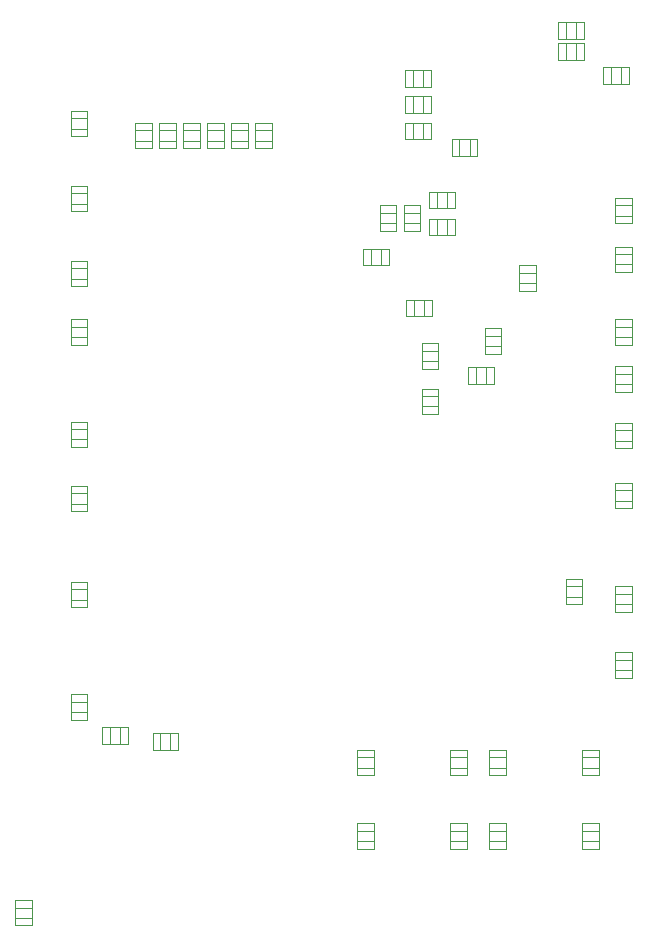
<source format=gm1>
G04*
G04 #@! TF.GenerationSoftware,Altium Limited,Altium Designer,21.0.9 (235)*
G04*
G04 Layer_Color=16711935*
%FSLAX44Y44*%
%MOMM*%
G71*
G04*
G04 #@! TF.SameCoordinates,58F94E15-CAE4-4791-8A53-09B8A48F05B3*
G04*
G04*
G04 #@! TF.FilePolarity,Positive*
G04*
G01*
G75*
%ADD93C,0.0000*%
D93*
X545338Y333502D02*
X559562D01*
X545338Y339852D02*
Y348488D01*
Y354838D02*
X559562D01*
Y339852D02*
Y348488D01*
X545338D02*
Y354838D01*
X559562Y348488D02*
Y354838D01*
X545338Y348488D02*
X559562D01*
Y333502D02*
Y339852D01*
X545338Y333502D02*
Y339852D01*
X559562D01*
X438658Y216386D02*
X452882D01*
Y201400D02*
Y210036D01*
X438658Y195050D02*
X452882D01*
X438658Y201400D02*
Y210036D01*
X452882Y195050D02*
Y201400D01*
X438658Y195050D02*
Y201400D01*
X452882D01*
X438658Y210036D02*
Y216386D01*
X452882Y210036D02*
Y216386D01*
X438658Y210036D02*
X452882D01*
X517398D02*
X531622D01*
Y216386D01*
X517398Y210036D02*
Y216386D01*
Y201400D02*
X531622D01*
X517398Y195050D02*
Y201400D01*
X531622Y195050D02*
Y201400D01*
X517398D02*
Y210036D01*
Y195050D02*
X531622D01*
Y201400D02*
Y210036D01*
X517398Y216386D02*
X531622D01*
X438658Y132820D02*
X452882D01*
X438658Y139170D02*
Y147806D01*
Y154156D02*
X452882D01*
Y139170D02*
Y147806D01*
X438658D02*
Y154156D01*
X452882Y147806D02*
Y154156D01*
X438658Y147806D02*
X452882D01*
Y132820D02*
Y139170D01*
X438658Y132820D02*
Y139170D01*
X452882D01*
X405638Y147806D02*
X419862D01*
Y154156D01*
X405638Y147806D02*
Y154156D01*
Y139170D02*
X419862D01*
X405638Y132820D02*
Y139170D01*
X419862Y132820D02*
Y139170D01*
X405638D02*
Y147806D01*
Y132820D02*
X419862D01*
Y139170D02*
Y147806D01*
X405638Y154156D02*
X419862D01*
X326898Y132820D02*
X341122D01*
X326898Y139170D02*
Y147806D01*
Y154156D02*
X341122D01*
Y139170D02*
Y147806D01*
X326898D02*
Y154156D01*
X341122Y147806D02*
Y154156D01*
X326898Y147806D02*
X341122D01*
Y132820D02*
Y139170D01*
X326898Y132820D02*
Y139170D01*
X341122D01*
X405638Y201400D02*
X419862D01*
X405638Y195050D02*
Y201400D01*
X419862Y195050D02*
Y201400D01*
X405638Y210036D02*
X419862D01*
Y216386D01*
X405638Y210036D02*
Y216386D01*
X419862Y201400D02*
Y210036D01*
X405638Y216386D02*
X419862D01*
X405638Y201400D02*
Y210036D01*
Y195050D02*
X419862D01*
X326898Y216386D02*
X341122D01*
Y201400D02*
Y210036D01*
X326898Y195050D02*
X341122D01*
X326898Y201400D02*
Y210036D01*
X341122Y195050D02*
Y201400D01*
X326898Y195050D02*
Y201400D01*
X341122D01*
X326898Y210036D02*
Y216386D01*
X341122Y210036D02*
Y216386D01*
X326898Y210036D02*
X341122D01*
X84328Y263398D02*
X98552D01*
Y248412D02*
Y257048D01*
X84328Y242062D02*
X98552D01*
X84328Y248412D02*
Y257048D01*
X98552Y242062D02*
Y248412D01*
X84328Y242062D02*
Y248412D01*
X98552D01*
X84328Y257048D02*
Y263398D01*
X98552Y257048D02*
Y263398D01*
X84328Y257048D02*
X98552D01*
X345948Y662432D02*
X360172D01*
X345948Y656082D02*
Y662432D01*
X360172Y656082D02*
Y662432D01*
X345948Y671068D02*
X360172D01*
Y677418D01*
X345948Y671068D02*
Y677418D01*
X360172Y662432D02*
Y671068D01*
X345948Y677418D02*
X360172D01*
X345948Y662432D02*
Y671068D01*
Y656082D02*
X360172D01*
X409448Y674878D02*
Y689102D01*
X394462Y674878D02*
X403098D01*
X388112D02*
Y689102D01*
X394462D02*
X403098D01*
X388112Y674878D02*
X394462D01*
X388112Y689102D02*
X394462D01*
Y674878D02*
Y689102D01*
X403098D02*
X409448D01*
X403098Y674878D02*
X409448D01*
X403098D02*
Y689102D01*
X394462Y652018D02*
Y666242D01*
X388112D02*
X394462D01*
X388112Y652018D02*
X394462D01*
X403098D02*
Y666242D01*
Y652018D02*
X409448D01*
X403098Y666242D02*
X409448D01*
X394462Y652018D02*
X403098D01*
X409448D02*
Y666242D01*
X394462D02*
X403098D01*
X388112Y652018D02*
Y666242D01*
X366268Y662432D02*
X380492D01*
X366268Y656082D02*
Y662432D01*
X380492Y656082D02*
Y662432D01*
X366268Y671068D02*
X380492D01*
Y677418D01*
X366268Y671068D02*
Y677418D01*
X380492Y662432D02*
Y671068D01*
X366268Y677418D02*
X380492D01*
X366268Y662432D02*
Y671068D01*
Y656082D02*
X380492D01*
X338582Y626618D02*
Y640842D01*
X332232D02*
X338582D01*
X332232Y626618D02*
X338582D01*
X347218D02*
Y640842D01*
Y626618D02*
X353568D01*
X347218Y640842D02*
X353568D01*
X338582Y626618D02*
X347218D01*
X353568D02*
Y640842D01*
X338582D02*
X347218D01*
X332232Y626618D02*
Y640842D01*
X503428Y339852D02*
X517652D01*
X503428Y346202D02*
Y354838D01*
Y361188D02*
X517652D01*
Y346202D02*
Y354838D01*
X503428D02*
Y361188D01*
X517652Y354838D02*
Y361188D01*
X503428Y354838D02*
X517652D01*
Y339852D02*
Y346202D01*
X503428Y339852D02*
Y346202D01*
X517652D01*
X545338Y442468D02*
X559562D01*
Y427482D02*
Y436118D01*
X545338Y421132D02*
X559562D01*
X545338Y427482D02*
Y436118D01*
X559562Y421132D02*
Y427482D01*
X545338Y421132D02*
Y427482D01*
X559562D01*
X545338Y436118D02*
Y442468D01*
X559562Y436118D02*
Y442468D01*
X545338Y436118D02*
X559562D01*
X545338Y471932D02*
X559562D01*
X545338Y478282D02*
Y486918D01*
Y493268D02*
X559562D01*
Y478282D02*
Y486918D01*
X545338D02*
Y493268D01*
X559562Y486918D02*
Y493268D01*
X545338Y486918D02*
X559562D01*
Y471932D02*
Y478282D01*
X545338Y471932D02*
Y478282D01*
X559562D01*
X545338Y526034D02*
X559562D01*
X545338Y519684D02*
Y526034D01*
X559562Y519684D02*
Y526034D01*
X545338Y534670D02*
X559562D01*
Y541020D01*
X545338Y534670D02*
Y541020D01*
X559562Y526034D02*
Y534670D01*
X545338Y541020D02*
X559562D01*
X545338Y526034D02*
Y534670D01*
Y519684D02*
X559562D01*
X545338Y565912D02*
X559562D01*
X545338Y559562D02*
Y565912D01*
X559562Y559562D02*
Y565912D01*
X545338Y574548D02*
X559562D01*
Y580898D01*
X545338Y574548D02*
Y580898D01*
X559562Y565912D02*
Y574548D01*
X545338Y580898D02*
X559562D01*
X545338Y565912D02*
Y574548D01*
Y559562D02*
X559562D01*
X545338Y621157D02*
X559562D01*
X545338Y627507D02*
Y636143D01*
Y642493D02*
X559562D01*
Y627507D02*
Y636143D01*
X545338D02*
Y642493D01*
X559562Y636143D02*
Y642493D01*
X545338Y636143D02*
X559562D01*
Y621157D02*
Y627507D01*
X545338Y621157D02*
Y627507D01*
X559562D01*
X545338Y662432D02*
X559562D01*
X545338Y668782D02*
Y677418D01*
Y683768D02*
X559562D01*
Y668782D02*
Y677418D01*
X545338D02*
Y683768D01*
X559562Y677418D02*
Y683768D01*
X545338Y677418D02*
X559562D01*
Y662432D02*
Y668782D01*
X545338Y662432D02*
Y668782D01*
X559562D01*
X434848Y566928D02*
X449072D01*
Y573278D01*
X434848Y566928D02*
Y573278D01*
Y558292D02*
X449072D01*
X434848Y551942D02*
Y558292D01*
X449072Y551942D02*
Y558292D01*
X434848D02*
Y566928D01*
Y551942D02*
X449072D01*
Y558292D02*
Y566928D01*
X434848Y573278D02*
X449072D01*
X442468Y526288D02*
Y540512D01*
X427482Y526288D02*
X436118D01*
X421132D02*
Y540512D01*
X427482D02*
X436118D01*
X421132Y526288D02*
X427482D01*
X421132Y540512D02*
X427482D01*
Y526288D02*
Y540512D01*
X436118D02*
X442468D01*
X436118Y526288D02*
X442468D01*
X436118D02*
Y540512D01*
X381508Y522226D02*
X395732D01*
Y507240D02*
Y515876D01*
X381508Y500890D02*
X395732D01*
X381508Y507240D02*
Y515876D01*
X395732Y500890D02*
Y507240D01*
X381508Y500890D02*
Y507240D01*
X395732D01*
X381508Y515876D02*
Y522226D01*
X395732Y515876D02*
Y522226D01*
X381508Y515876D02*
X395732D01*
X381508Y554228D02*
X395732D01*
Y560578D01*
X381508Y554228D02*
Y560578D01*
Y545592D02*
X395732D01*
X381508Y539242D02*
Y545592D01*
X395732Y539242D02*
Y545592D01*
X381508D02*
Y554228D01*
Y539242D02*
X395732D01*
Y545592D02*
Y554228D01*
X381508Y560578D02*
X395732D01*
X368554Y583438D02*
Y597662D01*
X374904D02*
X383540D01*
X389890Y583438D02*
Y597662D01*
X374904Y583438D02*
X383540D01*
Y597662D02*
X389890D01*
X383540Y583438D02*
X389890D01*
X383540D02*
Y597662D01*
X368554Y583438D02*
X374904D01*
X368554Y597662D02*
X374904D01*
Y583438D02*
Y597662D01*
X84328Y574548D02*
X98552D01*
Y580898D01*
X84328Y574548D02*
Y580898D01*
Y565912D02*
X98552D01*
X84328Y559562D02*
Y565912D01*
X98552Y559562D02*
Y565912D01*
X84328D02*
Y574548D01*
Y559562D02*
X98552D01*
Y565912D02*
Y574548D01*
X84328Y580898D02*
X98552D01*
X84328Y609092D02*
X98552D01*
X84328Y615442D02*
Y624078D01*
Y630428D02*
X98552D01*
Y615442D02*
Y624078D01*
X84328D02*
Y630428D01*
X98552Y624078D02*
Y630428D01*
X84328Y624078D02*
X98552D01*
Y609092D02*
Y615442D01*
X84328Y609092D02*
Y615442D01*
X98552D01*
X84328Y672592D02*
X98552D01*
X84328Y678942D02*
Y687578D01*
Y693928D02*
X98552D01*
Y678942D02*
Y687578D01*
X84328D02*
Y693928D01*
X98552Y687578D02*
Y693928D01*
X84328Y687578D02*
X98552D01*
Y672592D02*
Y678942D01*
X84328Y672592D02*
Y678942D01*
X98552D01*
X84328Y736092D02*
X98552D01*
X84328Y742442D02*
Y751078D01*
Y757428D02*
X98552D01*
Y742442D02*
Y751078D01*
X84328D02*
Y757428D01*
X98552Y751078D02*
Y757428D01*
X84328Y751078D02*
X98552D01*
Y736092D02*
Y742442D01*
X84328Y736092D02*
Y742442D01*
X98552D01*
X407162Y719328D02*
Y733552D01*
X413512D02*
X422148D01*
X428498Y719328D02*
Y733552D01*
X413512Y719328D02*
X422148D01*
Y733552D02*
X428498D01*
X422148Y719328D02*
X428498D01*
X422148D02*
Y733552D01*
X407162Y719328D02*
X413512D01*
X407162Y733552D02*
X413512D01*
Y719328D02*
Y733552D01*
X374142Y733298D02*
Y747522D01*
X367792D02*
X374142D01*
X367792Y733298D02*
X374142D01*
X382778D02*
Y747522D01*
Y733298D02*
X389128D01*
X382778Y747522D02*
X389128D01*
X374142Y733298D02*
X382778D01*
X389128D02*
Y747522D01*
X374142D02*
X382778D01*
X367792Y733298D02*
Y747522D01*
X374142Y755523D02*
Y769747D01*
X367792D02*
X374142D01*
X367792Y755523D02*
X374142D01*
X382778D02*
Y769747D01*
Y755523D02*
X389128D01*
X382778Y769747D02*
X389128D01*
X374142Y755523D02*
X382778D01*
X389128D02*
Y769747D01*
X374142D02*
X382778D01*
X367792Y755523D02*
Y769747D01*
Y777748D02*
Y791972D01*
X374142D02*
X382778D01*
X389128Y777748D02*
Y791972D01*
X374142Y777748D02*
X382778D01*
Y791972D02*
X389128D01*
X382778Y777748D02*
X389128D01*
X382778D02*
Y791972D01*
X367792Y777748D02*
X374142D01*
X367792Y791972D02*
X374142D01*
Y777748D02*
Y791972D01*
X556768Y780288D02*
Y794512D01*
X541782Y780288D02*
X550418D01*
X535432D02*
Y794512D01*
X541782D02*
X550418D01*
X535432Y780288D02*
X541782D01*
X535432Y794512D02*
X541782D01*
Y780288D02*
Y794512D01*
X550418D02*
X556768D01*
X550418Y780288D02*
X556768D01*
X550418D02*
Y794512D01*
X518668Y818388D02*
Y832612D01*
X503682Y818388D02*
X512318D01*
X497332D02*
Y832612D01*
X503682D02*
X512318D01*
X497332Y818388D02*
X503682D01*
X497332Y832612D02*
X503682D01*
Y818388D02*
Y832612D01*
X512318D02*
X518668D01*
X512318Y818388D02*
X518668D01*
X512318D02*
Y832612D01*
X518668Y800608D02*
Y814832D01*
X503682Y800608D02*
X512318D01*
X497332D02*
Y814832D01*
X503682D02*
X512318D01*
X497332Y800608D02*
X503682D01*
X497332Y814832D02*
X503682D01*
Y800608D02*
Y814832D01*
X512318D02*
X518668D01*
X512318Y800608D02*
X518668D01*
X512318D02*
Y814832D01*
X138938Y747268D02*
X153162D01*
Y732282D02*
Y740918D01*
X138938Y725932D02*
X153162D01*
X138938Y732282D02*
Y740918D01*
X153162Y725932D02*
Y732282D01*
X138938Y725932D02*
Y732282D01*
X153162D01*
X138938Y740918D02*
Y747268D01*
X153162Y740918D02*
Y747268D01*
X138938Y740918D02*
X153162D01*
X517398Y154156D02*
X531622D01*
Y139170D02*
Y147806D01*
X517398Y132820D02*
X531622D01*
X517398Y139170D02*
Y147806D01*
X531622Y132820D02*
Y139170D01*
X517398Y132820D02*
Y139170D01*
X531622D01*
X517398Y147806D02*
Y154156D01*
X531622Y147806D02*
Y154156D01*
X517398Y147806D02*
X531622D01*
X37603Y67762D02*
X51827D01*
X37603Y74112D02*
Y82748D01*
Y89098D02*
X51827D01*
Y74112D02*
Y82748D01*
X37603D02*
Y89098D01*
X51827Y82748D02*
Y89098D01*
X37603Y82748D02*
X51827D01*
Y67762D02*
Y74112D01*
X37603Y67762D02*
Y74112D01*
X51827D01*
X132588Y221488D02*
Y235712D01*
X117602D02*
X126238D01*
X111252Y221488D02*
Y235712D01*
X117602Y221488D02*
X126238D01*
X111252Y235712D02*
X117602D01*
X111252Y221488D02*
X117602D01*
Y235712D01*
X126238Y221488D02*
X132588D01*
X126238Y235712D02*
X132588D01*
X126238Y221488D02*
Y235712D01*
X153670Y216343D02*
Y230567D01*
X160020Y216343D02*
X168656D01*
X175006D02*
Y230567D01*
X160020D02*
X168656D01*
Y216343D02*
X175006D01*
X168656Y230567D02*
X175006D01*
X168656Y216343D02*
Y230567D01*
X153670D02*
X160020D01*
X153670Y216343D02*
X160020D01*
Y230567D01*
X84328Y343601D02*
X98552D01*
X84328Y337251D02*
Y343601D01*
X98552Y337251D02*
Y343601D01*
X84328Y352237D02*
X98552D01*
Y358587D01*
X84328Y352237D02*
Y358587D01*
X98552Y343601D02*
Y352237D01*
X84328Y358587D02*
X98552D01*
X84328Y343601D02*
Y352237D01*
Y337251D02*
X98552D01*
X545338Y292608D02*
X559562D01*
Y298958D01*
X545338Y292608D02*
Y298958D01*
Y283972D02*
X559562D01*
X545338Y277622D02*
Y283972D01*
X559562Y277622D02*
Y283972D01*
X545338D02*
Y292608D01*
Y277622D02*
X559562D01*
Y283972D02*
Y292608D01*
X545338Y298958D02*
X559562D01*
X84328Y479415D02*
X98552D01*
X84328Y473065D02*
Y479415D01*
X98552Y473065D02*
Y479415D01*
X84328Y488051D02*
X98552D01*
Y494401D01*
X84328Y488051D02*
Y494401D01*
X98552Y479415D02*
Y488051D01*
X84328Y494401D02*
X98552D01*
X84328Y479415D02*
Y488051D01*
Y473065D02*
X98552D01*
X84328Y433578D02*
X98552D01*
Y439928D01*
X84328Y433578D02*
Y439928D01*
Y424942D02*
X98552D01*
X84328Y418592D02*
Y424942D01*
X98552Y418592D02*
Y424942D01*
X84328D02*
Y433578D01*
Y418592D02*
X98552D01*
Y424942D02*
Y433578D01*
X84328Y439928D02*
X98552D01*
X464058Y620268D02*
X478282D01*
Y626618D01*
X464058Y620268D02*
Y626618D01*
Y611632D02*
X478282D01*
X464058Y605282D02*
Y611632D01*
X478282Y605282D02*
Y611632D01*
X464058D02*
Y620268D01*
Y605282D02*
X478282D01*
Y611632D02*
Y620268D01*
X464058Y626618D02*
X478282D01*
X240538Y740918D02*
X254762D01*
Y747268D01*
X240538Y740918D02*
Y747268D01*
Y732282D02*
X254762D01*
X240538Y725932D02*
Y732282D01*
X254762Y725932D02*
Y732282D01*
X240538D02*
Y740918D01*
Y725932D02*
X254762D01*
Y732282D02*
Y740918D01*
X240538Y747268D02*
X254762D01*
X220218Y740918D02*
X234442D01*
Y747268D01*
X220218Y740918D02*
Y747268D01*
Y732282D02*
X234442D01*
X220218Y725932D02*
Y732282D01*
X234442Y725932D02*
Y732282D01*
X220218D02*
Y740918D01*
Y725932D02*
X234442D01*
Y732282D02*
Y740918D01*
X220218Y747268D02*
X234442D01*
X159258D02*
X173482D01*
Y732282D02*
Y740918D01*
X159258Y725932D02*
X173482D01*
X159258Y732282D02*
Y740918D01*
X173482Y725932D02*
Y732282D01*
X159258Y725932D02*
Y732282D01*
X173482D01*
X159258Y740918D02*
Y747268D01*
X173482Y740918D02*
Y747268D01*
X159258Y740918D02*
X173482D01*
X179578Y747268D02*
X193802D01*
Y732282D02*
Y740918D01*
X179578Y725932D02*
X193802D01*
X179578Y732282D02*
Y740918D01*
X193802Y725932D02*
Y732282D01*
X179578Y725932D02*
Y732282D01*
X193802D01*
X179578Y740918D02*
Y747268D01*
X193802Y740918D02*
Y747268D01*
X179578Y740918D02*
X193802D01*
X199898Y747268D02*
X214122D01*
Y732282D02*
Y740918D01*
X199898Y725932D02*
X214122D01*
X199898Y732282D02*
Y740918D01*
X214122Y725932D02*
Y732282D01*
X199898Y725932D02*
Y732282D01*
X214122D01*
X199898Y740918D02*
Y747268D01*
X214122Y740918D02*
Y747268D01*
X199898Y740918D02*
X214122D01*
M02*

</source>
